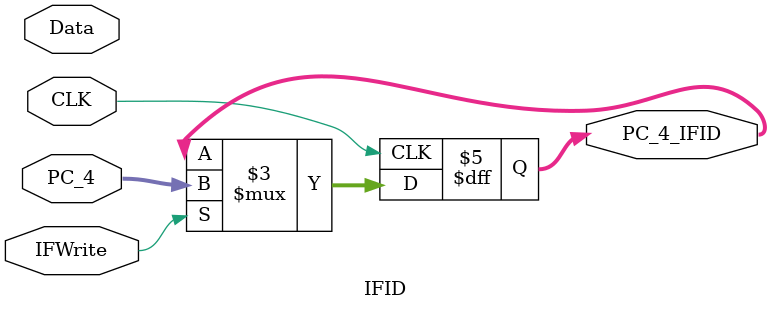
<source format=v>
`timescale 1ns / 1ps
module IFID(PC_4_IFID, PC_4, Data, IFWrite, CLK);
	input CLK, IFWrite;
	input [31:0] PC_4, Data;
	output reg [31:0] PC_4_IFID;

	always @(negedge CLK) begin
		if (IFWrite) begin
			PC_4_IFID = PC_4;
//			Data_IFID = Data; 
		end 	else begin
			PC_4_IFID = PC_4_IFID;
//			Data_IFID = Data_IFID; 
		end
	end
endmodule

</source>
